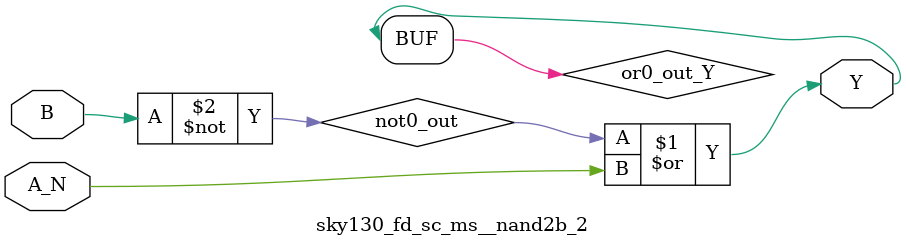
<source format=v>
/*
 * Copyright 2020 The SkyWater PDK Authors
 *
 * Licensed under the Apache License, Version 2.0 (the "License");
 * you may not use this file except in compliance with the License.
 * You may obtain a copy of the License at
 *
 *     https://www.apache.org/licenses/LICENSE-2.0
 *
 * Unless required by applicable law or agreed to in writing, software
 * distributed under the License is distributed on an "AS IS" BASIS,
 * WITHOUT WARRANTIES OR CONDITIONS OF ANY KIND, either express or implied.
 * See the License for the specific language governing permissions and
 * limitations under the License.
 *
 * SPDX-License-Identifier: Apache-2.0
*/


`ifndef SKY130_FD_SC_MS__NAND2B_2_FUNCTIONAL_V
`define SKY130_FD_SC_MS__NAND2B_2_FUNCTIONAL_V

/**
 * nand2b: 2-input NAND, first input inverted.
 *
 * Verilog simulation functional model.
 */

`timescale 1ns / 1ps
`default_nettype none

`celldefine
module sky130_fd_sc_ms__nand2b_2 (
    Y  ,
    A_N,
    B
);

    // Module ports
    output Y  ;
    input  A_N;
    input  B  ;

    // Local signals
    wire not0_out ;
    wire or0_out_Y;

    //  Name  Output     Other arguments
    not not0 (not0_out , B              );
    or  or0  (or0_out_Y, not0_out, A_N  );
    buf buf0 (Y        , or0_out_Y      );

endmodule
`endcelldefine

`default_nettype wire
`endif  // SKY130_FD_SC_MS__NAND2B_2_FUNCTIONAL_V

</source>
